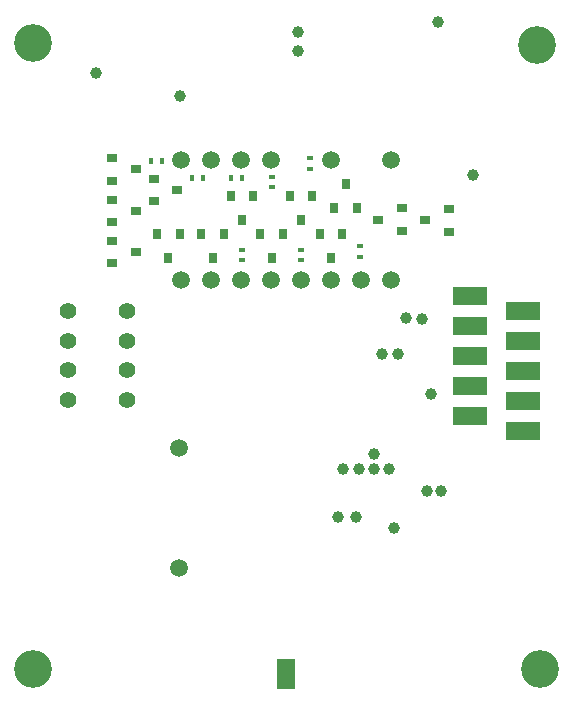
<source format=gbr>
G04 #@! TF.GenerationSoftware,KiCad,Pcbnew,no-vcs-found-7433~57~ubuntu16.10.1*
G04 #@! TF.CreationDate,2017-01-11T21:14:06+01:00*
G04 #@! TF.ProjectId,can-node,63616E2D6E6F64652E6B696361645F70,rev?*
G04 #@! TF.FileFunction,Soldermask,Bot*
G04 #@! TF.FilePolarity,Negative*
%FSLAX46Y46*%
G04 Gerber Fmt 4.6, Leading zero omitted, Abs format (unit mm)*
G04 Created by KiCad (PCBNEW no-vcs-found-7433~57~ubuntu16.10.1) date Wed Jan 11 21:14:06 2017*
%MOMM*%
%LPD*%
G01*
G04 APERTURE LIST*
%ADD10C,0.100000*%
%ADD11C,1.500000*%
%ADD12R,3.000000X1.500000*%
%ADD13C,1.000000*%
%ADD14C,3.200000*%
%ADD15R,1.600000X2.500000*%
%ADD16C,0.600000*%
%ADD17R,0.900000X0.800000*%
%ADD18R,0.800000X0.900000*%
%ADD19R,0.400000X0.600000*%
%ADD20R,0.600000X0.400000*%
%ADD21C,1.400000*%
G04 APERTURE END LIST*
D10*
D11*
X136110000Y-78420000D03*
X138650000Y-78420000D03*
X141190000Y-78420000D03*
X143730000Y-78420000D03*
X148810000Y-78420000D03*
X153890000Y-78420000D03*
X153890000Y-88580000D03*
X151350000Y-88580000D03*
X148810000Y-88580000D03*
X146270000Y-88580000D03*
X143730000Y-88580000D03*
X141190000Y-88580000D03*
X138650000Y-88580000D03*
X136110000Y-88580000D03*
D12*
X160500000Y-89920000D03*
X165000000Y-91190000D03*
X160500000Y-92460000D03*
X165000000Y-93730000D03*
X160500000Y-95000000D03*
X165000000Y-96270000D03*
X160500000Y-97540000D03*
X165000000Y-98810000D03*
X160500000Y-100080000D03*
X165000000Y-101350000D03*
D13*
X128900000Y-71100000D03*
X136000000Y-73000000D03*
X157800000Y-66800000D03*
X146000000Y-67600000D03*
X146000000Y-69250000D03*
X150876000Y-108712000D03*
X149352000Y-108712000D03*
D14*
X166500000Y-121500000D03*
D15*
X145000000Y-122000000D03*
D16*
X145400000Y-121150000D03*
X145400000Y-122850000D03*
X145400000Y-122000000D03*
X144600000Y-121150000D03*
X144600000Y-122850000D03*
X144600000Y-122000000D03*
D14*
X166250000Y-68750000D03*
X123500000Y-68500000D03*
X123500000Y-121500000D03*
D17*
X130250000Y-83700000D03*
X130250000Y-81800000D03*
X132250000Y-82750000D03*
X132250000Y-79250000D03*
X130250000Y-78300000D03*
X130250000Y-80200000D03*
X130250000Y-87200000D03*
X130250000Y-85300000D03*
X132250000Y-86250000D03*
D18*
X141250000Y-83500000D03*
X142200000Y-81500000D03*
X140300000Y-81500000D03*
X145300000Y-81500000D03*
X147200000Y-81500000D03*
X146250000Y-83500000D03*
X150000000Y-80500000D03*
X149050000Y-82500000D03*
X150950000Y-82500000D03*
D17*
X133750000Y-81950000D03*
X133750000Y-80050000D03*
X135750000Y-81000000D03*
X152750000Y-83500000D03*
X154750000Y-84450000D03*
X154750000Y-82550000D03*
D18*
X134050000Y-84750000D03*
X135950000Y-84750000D03*
X135000000Y-86750000D03*
X138750000Y-86750000D03*
X139700000Y-84750000D03*
X137800000Y-84750000D03*
X148750000Y-86750000D03*
X149700000Y-84750000D03*
X147800000Y-84750000D03*
D17*
X156734000Y-83566000D03*
X158734000Y-84516000D03*
X158734000Y-82616000D03*
D18*
X142800000Y-84750000D03*
X144700000Y-84750000D03*
X143750000Y-86750000D03*
D19*
X141200000Y-80000000D03*
X140300000Y-80000000D03*
X133550000Y-78500000D03*
X134450000Y-78500000D03*
D20*
X143750000Y-79850000D03*
X143750000Y-80750000D03*
X141250000Y-86050000D03*
X141250000Y-86950000D03*
X146250000Y-86050000D03*
X146250000Y-86950000D03*
X147000000Y-78300000D03*
X147000000Y-79200000D03*
D19*
X137000000Y-80000000D03*
X137900000Y-80000000D03*
D20*
X151250000Y-86650000D03*
X151250000Y-85750000D03*
D13*
X160782000Y-79756000D03*
X152400000Y-103378000D03*
D21*
X126500000Y-91250000D03*
X126500000Y-93750000D03*
X126500000Y-96250000D03*
X126500000Y-98750000D03*
X131500000Y-91250000D03*
X131500000Y-93750000D03*
X131500000Y-96250000D03*
X131500000Y-98750000D03*
D13*
X153670000Y-104600000D03*
X152400000Y-104600000D03*
X151100000Y-104600000D03*
X149800000Y-104600000D03*
D11*
X135890000Y-102870000D03*
D13*
X158100000Y-106500000D03*
X156900000Y-106500000D03*
X154100000Y-109600000D03*
X154400000Y-94900000D03*
X155100000Y-91800000D03*
X156500000Y-91900000D03*
X157200000Y-98300000D03*
X153100000Y-94900000D03*
D11*
X135890000Y-113030000D03*
M02*

</source>
